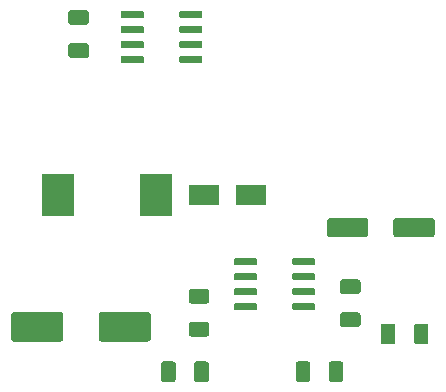
<source format=gbr>
G04 #@! TF.GenerationSoftware,KiCad,Pcbnew,(5.1.5)-3*
G04 #@! TF.CreationDate,2020-03-21T18:19:31+03:00*
G04 #@! TF.ProjectId,CAN+Power v0.1,43414e2b-506f-4776-9572-2076302e312e,rev?*
G04 #@! TF.SameCoordinates,Original*
G04 #@! TF.FileFunction,Paste,Top*
G04 #@! TF.FilePolarity,Positive*
%FSLAX46Y46*%
G04 Gerber Fmt 4.6, Leading zero omitted, Abs format (unit mm)*
G04 Created by KiCad (PCBNEW (5.1.5)-3) date 2020-03-21 18:19:31*
%MOMM*%
%LPD*%
G04 APERTURE LIST*
%ADD10C,0.100000*%
%ADD11R,2.500000X1.800000*%
%ADD12R,2.700000X3.600000*%
G04 APERTURE END LIST*
D10*
G36*
X129449504Y-84976204D02*
G01*
X129473773Y-84979804D01*
X129497571Y-84985765D01*
X129520671Y-84994030D01*
X129542849Y-85004520D01*
X129563893Y-85017133D01*
X129583598Y-85031747D01*
X129601777Y-85048223D01*
X129618253Y-85066402D01*
X129632867Y-85086107D01*
X129645480Y-85107151D01*
X129655970Y-85129329D01*
X129664235Y-85152429D01*
X129670196Y-85176227D01*
X129673796Y-85200496D01*
X129675000Y-85225000D01*
X129675000Y-85975000D01*
X129673796Y-85999504D01*
X129670196Y-86023773D01*
X129664235Y-86047571D01*
X129655970Y-86070671D01*
X129645480Y-86092849D01*
X129632867Y-86113893D01*
X129618253Y-86133598D01*
X129601777Y-86151777D01*
X129583598Y-86168253D01*
X129563893Y-86182867D01*
X129542849Y-86195480D01*
X129520671Y-86205970D01*
X129497571Y-86214235D01*
X129473773Y-86220196D01*
X129449504Y-86223796D01*
X129425000Y-86225000D01*
X128175000Y-86225000D01*
X128150496Y-86223796D01*
X128126227Y-86220196D01*
X128102429Y-86214235D01*
X128079329Y-86205970D01*
X128057151Y-86195480D01*
X128036107Y-86182867D01*
X128016402Y-86168253D01*
X127998223Y-86151777D01*
X127981747Y-86133598D01*
X127967133Y-86113893D01*
X127954520Y-86092849D01*
X127944030Y-86070671D01*
X127935765Y-86047571D01*
X127929804Y-86023773D01*
X127926204Y-85999504D01*
X127925000Y-85975000D01*
X127925000Y-85225000D01*
X127926204Y-85200496D01*
X127929804Y-85176227D01*
X127935765Y-85152429D01*
X127944030Y-85129329D01*
X127954520Y-85107151D01*
X127967133Y-85086107D01*
X127981747Y-85066402D01*
X127998223Y-85048223D01*
X128016402Y-85031747D01*
X128036107Y-85017133D01*
X128057151Y-85004520D01*
X128079329Y-84994030D01*
X128102429Y-84985765D01*
X128126227Y-84979804D01*
X128150496Y-84976204D01*
X128175000Y-84975000D01*
X129425000Y-84975000D01*
X129449504Y-84976204D01*
G37*
G36*
X129449504Y-82176204D02*
G01*
X129473773Y-82179804D01*
X129497571Y-82185765D01*
X129520671Y-82194030D01*
X129542849Y-82204520D01*
X129563893Y-82217133D01*
X129583598Y-82231747D01*
X129601777Y-82248223D01*
X129618253Y-82266402D01*
X129632867Y-82286107D01*
X129645480Y-82307151D01*
X129655970Y-82329329D01*
X129664235Y-82352429D01*
X129670196Y-82376227D01*
X129673796Y-82400496D01*
X129675000Y-82425000D01*
X129675000Y-83175000D01*
X129673796Y-83199504D01*
X129670196Y-83223773D01*
X129664235Y-83247571D01*
X129655970Y-83270671D01*
X129645480Y-83292849D01*
X129632867Y-83313893D01*
X129618253Y-83333598D01*
X129601777Y-83351777D01*
X129583598Y-83368253D01*
X129563893Y-83382867D01*
X129542849Y-83395480D01*
X129520671Y-83405970D01*
X129497571Y-83414235D01*
X129473773Y-83420196D01*
X129449504Y-83423796D01*
X129425000Y-83425000D01*
X128175000Y-83425000D01*
X128150496Y-83423796D01*
X128126227Y-83420196D01*
X128102429Y-83414235D01*
X128079329Y-83405970D01*
X128057151Y-83395480D01*
X128036107Y-83382867D01*
X128016402Y-83368253D01*
X127998223Y-83351777D01*
X127981747Y-83333598D01*
X127967133Y-83313893D01*
X127954520Y-83292849D01*
X127944030Y-83270671D01*
X127935765Y-83247571D01*
X127929804Y-83223773D01*
X127926204Y-83199504D01*
X127925000Y-83175000D01*
X127925000Y-82425000D01*
X127926204Y-82400496D01*
X127929804Y-82376227D01*
X127935765Y-82352429D01*
X127944030Y-82329329D01*
X127954520Y-82307151D01*
X127967133Y-82286107D01*
X127981747Y-82266402D01*
X127998223Y-82248223D01*
X128016402Y-82231747D01*
X128036107Y-82217133D01*
X128057151Y-82204520D01*
X128079329Y-82194030D01*
X128102429Y-82185765D01*
X128126227Y-82179804D01*
X128150496Y-82176204D01*
X128175000Y-82175000D01*
X129425000Y-82175000D01*
X129449504Y-82176204D01*
G37*
D11*
X139400000Y-97800000D03*
X143400000Y-97800000D03*
D10*
G36*
X127274504Y-107751204D02*
G01*
X127298773Y-107754804D01*
X127322571Y-107760765D01*
X127345671Y-107769030D01*
X127367849Y-107779520D01*
X127388893Y-107792133D01*
X127408598Y-107806747D01*
X127426777Y-107823223D01*
X127443253Y-107841402D01*
X127457867Y-107861107D01*
X127470480Y-107882151D01*
X127480970Y-107904329D01*
X127489235Y-107927429D01*
X127495196Y-107951227D01*
X127498796Y-107975496D01*
X127500000Y-108000000D01*
X127500000Y-110000000D01*
X127498796Y-110024504D01*
X127495196Y-110048773D01*
X127489235Y-110072571D01*
X127480970Y-110095671D01*
X127470480Y-110117849D01*
X127457867Y-110138893D01*
X127443253Y-110158598D01*
X127426777Y-110176777D01*
X127408598Y-110193253D01*
X127388893Y-110207867D01*
X127367849Y-110220480D01*
X127345671Y-110230970D01*
X127322571Y-110239235D01*
X127298773Y-110245196D01*
X127274504Y-110248796D01*
X127250000Y-110250000D01*
X123350000Y-110250000D01*
X123325496Y-110248796D01*
X123301227Y-110245196D01*
X123277429Y-110239235D01*
X123254329Y-110230970D01*
X123232151Y-110220480D01*
X123211107Y-110207867D01*
X123191402Y-110193253D01*
X123173223Y-110176777D01*
X123156747Y-110158598D01*
X123142133Y-110138893D01*
X123129520Y-110117849D01*
X123119030Y-110095671D01*
X123110765Y-110072571D01*
X123104804Y-110048773D01*
X123101204Y-110024504D01*
X123100000Y-110000000D01*
X123100000Y-108000000D01*
X123101204Y-107975496D01*
X123104804Y-107951227D01*
X123110765Y-107927429D01*
X123119030Y-107904329D01*
X123129520Y-107882151D01*
X123142133Y-107861107D01*
X123156747Y-107841402D01*
X123173223Y-107823223D01*
X123191402Y-107806747D01*
X123211107Y-107792133D01*
X123232151Y-107779520D01*
X123254329Y-107769030D01*
X123277429Y-107760765D01*
X123301227Y-107754804D01*
X123325496Y-107751204D01*
X123350000Y-107750000D01*
X127250000Y-107750000D01*
X127274504Y-107751204D01*
G37*
G36*
X134674504Y-107751204D02*
G01*
X134698773Y-107754804D01*
X134722571Y-107760765D01*
X134745671Y-107769030D01*
X134767849Y-107779520D01*
X134788893Y-107792133D01*
X134808598Y-107806747D01*
X134826777Y-107823223D01*
X134843253Y-107841402D01*
X134857867Y-107861107D01*
X134870480Y-107882151D01*
X134880970Y-107904329D01*
X134889235Y-107927429D01*
X134895196Y-107951227D01*
X134898796Y-107975496D01*
X134900000Y-108000000D01*
X134900000Y-110000000D01*
X134898796Y-110024504D01*
X134895196Y-110048773D01*
X134889235Y-110072571D01*
X134880970Y-110095671D01*
X134870480Y-110117849D01*
X134857867Y-110138893D01*
X134843253Y-110158598D01*
X134826777Y-110176777D01*
X134808598Y-110193253D01*
X134788893Y-110207867D01*
X134767849Y-110220480D01*
X134745671Y-110230970D01*
X134722571Y-110239235D01*
X134698773Y-110245196D01*
X134674504Y-110248796D01*
X134650000Y-110250000D01*
X130750000Y-110250000D01*
X130725496Y-110248796D01*
X130701227Y-110245196D01*
X130677429Y-110239235D01*
X130654329Y-110230970D01*
X130632151Y-110220480D01*
X130611107Y-110207867D01*
X130591402Y-110193253D01*
X130573223Y-110176777D01*
X130556747Y-110158598D01*
X130542133Y-110138893D01*
X130529520Y-110117849D01*
X130519030Y-110095671D01*
X130510765Y-110072571D01*
X130504804Y-110048773D01*
X130501204Y-110024504D01*
X130500000Y-110000000D01*
X130500000Y-108000000D01*
X130501204Y-107975496D01*
X130504804Y-107951227D01*
X130510765Y-107927429D01*
X130519030Y-107904329D01*
X130529520Y-107882151D01*
X130542133Y-107861107D01*
X130556747Y-107841402D01*
X130573223Y-107823223D01*
X130591402Y-107806747D01*
X130611107Y-107792133D01*
X130632151Y-107779520D01*
X130654329Y-107769030D01*
X130677429Y-107760765D01*
X130701227Y-107754804D01*
X130725496Y-107751204D01*
X130750000Y-107750000D01*
X134650000Y-107750000D01*
X134674504Y-107751204D01*
G37*
G36*
X143764703Y-103195722D02*
G01*
X143779264Y-103197882D01*
X143793543Y-103201459D01*
X143807403Y-103206418D01*
X143820710Y-103212712D01*
X143833336Y-103220280D01*
X143845159Y-103229048D01*
X143856066Y-103238934D01*
X143865952Y-103249841D01*
X143874720Y-103261664D01*
X143882288Y-103274290D01*
X143888582Y-103287597D01*
X143893541Y-103301457D01*
X143897118Y-103315736D01*
X143899278Y-103330297D01*
X143900000Y-103345000D01*
X143900000Y-103645000D01*
X143899278Y-103659703D01*
X143897118Y-103674264D01*
X143893541Y-103688543D01*
X143888582Y-103702403D01*
X143882288Y-103715710D01*
X143874720Y-103728336D01*
X143865952Y-103740159D01*
X143856066Y-103751066D01*
X143845159Y-103760952D01*
X143833336Y-103769720D01*
X143820710Y-103777288D01*
X143807403Y-103783582D01*
X143793543Y-103788541D01*
X143779264Y-103792118D01*
X143764703Y-103794278D01*
X143750000Y-103795000D01*
X142100000Y-103795000D01*
X142085297Y-103794278D01*
X142070736Y-103792118D01*
X142056457Y-103788541D01*
X142042597Y-103783582D01*
X142029290Y-103777288D01*
X142016664Y-103769720D01*
X142004841Y-103760952D01*
X141993934Y-103751066D01*
X141984048Y-103740159D01*
X141975280Y-103728336D01*
X141967712Y-103715710D01*
X141961418Y-103702403D01*
X141956459Y-103688543D01*
X141952882Y-103674264D01*
X141950722Y-103659703D01*
X141950000Y-103645000D01*
X141950000Y-103345000D01*
X141950722Y-103330297D01*
X141952882Y-103315736D01*
X141956459Y-103301457D01*
X141961418Y-103287597D01*
X141967712Y-103274290D01*
X141975280Y-103261664D01*
X141984048Y-103249841D01*
X141993934Y-103238934D01*
X142004841Y-103229048D01*
X142016664Y-103220280D01*
X142029290Y-103212712D01*
X142042597Y-103206418D01*
X142056457Y-103201459D01*
X142070736Y-103197882D01*
X142085297Y-103195722D01*
X142100000Y-103195000D01*
X143750000Y-103195000D01*
X143764703Y-103195722D01*
G37*
G36*
X143764703Y-104465722D02*
G01*
X143779264Y-104467882D01*
X143793543Y-104471459D01*
X143807403Y-104476418D01*
X143820710Y-104482712D01*
X143833336Y-104490280D01*
X143845159Y-104499048D01*
X143856066Y-104508934D01*
X143865952Y-104519841D01*
X143874720Y-104531664D01*
X143882288Y-104544290D01*
X143888582Y-104557597D01*
X143893541Y-104571457D01*
X143897118Y-104585736D01*
X143899278Y-104600297D01*
X143900000Y-104615000D01*
X143900000Y-104915000D01*
X143899278Y-104929703D01*
X143897118Y-104944264D01*
X143893541Y-104958543D01*
X143888582Y-104972403D01*
X143882288Y-104985710D01*
X143874720Y-104998336D01*
X143865952Y-105010159D01*
X143856066Y-105021066D01*
X143845159Y-105030952D01*
X143833336Y-105039720D01*
X143820710Y-105047288D01*
X143807403Y-105053582D01*
X143793543Y-105058541D01*
X143779264Y-105062118D01*
X143764703Y-105064278D01*
X143750000Y-105065000D01*
X142100000Y-105065000D01*
X142085297Y-105064278D01*
X142070736Y-105062118D01*
X142056457Y-105058541D01*
X142042597Y-105053582D01*
X142029290Y-105047288D01*
X142016664Y-105039720D01*
X142004841Y-105030952D01*
X141993934Y-105021066D01*
X141984048Y-105010159D01*
X141975280Y-104998336D01*
X141967712Y-104985710D01*
X141961418Y-104972403D01*
X141956459Y-104958543D01*
X141952882Y-104944264D01*
X141950722Y-104929703D01*
X141950000Y-104915000D01*
X141950000Y-104615000D01*
X141950722Y-104600297D01*
X141952882Y-104585736D01*
X141956459Y-104571457D01*
X141961418Y-104557597D01*
X141967712Y-104544290D01*
X141975280Y-104531664D01*
X141984048Y-104519841D01*
X141993934Y-104508934D01*
X142004841Y-104499048D01*
X142016664Y-104490280D01*
X142029290Y-104482712D01*
X142042597Y-104476418D01*
X142056457Y-104471459D01*
X142070736Y-104467882D01*
X142085297Y-104465722D01*
X142100000Y-104465000D01*
X143750000Y-104465000D01*
X143764703Y-104465722D01*
G37*
G36*
X143764703Y-105735722D02*
G01*
X143779264Y-105737882D01*
X143793543Y-105741459D01*
X143807403Y-105746418D01*
X143820710Y-105752712D01*
X143833336Y-105760280D01*
X143845159Y-105769048D01*
X143856066Y-105778934D01*
X143865952Y-105789841D01*
X143874720Y-105801664D01*
X143882288Y-105814290D01*
X143888582Y-105827597D01*
X143893541Y-105841457D01*
X143897118Y-105855736D01*
X143899278Y-105870297D01*
X143900000Y-105885000D01*
X143900000Y-106185000D01*
X143899278Y-106199703D01*
X143897118Y-106214264D01*
X143893541Y-106228543D01*
X143888582Y-106242403D01*
X143882288Y-106255710D01*
X143874720Y-106268336D01*
X143865952Y-106280159D01*
X143856066Y-106291066D01*
X143845159Y-106300952D01*
X143833336Y-106309720D01*
X143820710Y-106317288D01*
X143807403Y-106323582D01*
X143793543Y-106328541D01*
X143779264Y-106332118D01*
X143764703Y-106334278D01*
X143750000Y-106335000D01*
X142100000Y-106335000D01*
X142085297Y-106334278D01*
X142070736Y-106332118D01*
X142056457Y-106328541D01*
X142042597Y-106323582D01*
X142029290Y-106317288D01*
X142016664Y-106309720D01*
X142004841Y-106300952D01*
X141993934Y-106291066D01*
X141984048Y-106280159D01*
X141975280Y-106268336D01*
X141967712Y-106255710D01*
X141961418Y-106242403D01*
X141956459Y-106228543D01*
X141952882Y-106214264D01*
X141950722Y-106199703D01*
X141950000Y-106185000D01*
X141950000Y-105885000D01*
X141950722Y-105870297D01*
X141952882Y-105855736D01*
X141956459Y-105841457D01*
X141961418Y-105827597D01*
X141967712Y-105814290D01*
X141975280Y-105801664D01*
X141984048Y-105789841D01*
X141993934Y-105778934D01*
X142004841Y-105769048D01*
X142016664Y-105760280D01*
X142029290Y-105752712D01*
X142042597Y-105746418D01*
X142056457Y-105741459D01*
X142070736Y-105737882D01*
X142085297Y-105735722D01*
X142100000Y-105735000D01*
X143750000Y-105735000D01*
X143764703Y-105735722D01*
G37*
G36*
X143764703Y-107005722D02*
G01*
X143779264Y-107007882D01*
X143793543Y-107011459D01*
X143807403Y-107016418D01*
X143820710Y-107022712D01*
X143833336Y-107030280D01*
X143845159Y-107039048D01*
X143856066Y-107048934D01*
X143865952Y-107059841D01*
X143874720Y-107071664D01*
X143882288Y-107084290D01*
X143888582Y-107097597D01*
X143893541Y-107111457D01*
X143897118Y-107125736D01*
X143899278Y-107140297D01*
X143900000Y-107155000D01*
X143900000Y-107455000D01*
X143899278Y-107469703D01*
X143897118Y-107484264D01*
X143893541Y-107498543D01*
X143888582Y-107512403D01*
X143882288Y-107525710D01*
X143874720Y-107538336D01*
X143865952Y-107550159D01*
X143856066Y-107561066D01*
X143845159Y-107570952D01*
X143833336Y-107579720D01*
X143820710Y-107587288D01*
X143807403Y-107593582D01*
X143793543Y-107598541D01*
X143779264Y-107602118D01*
X143764703Y-107604278D01*
X143750000Y-107605000D01*
X142100000Y-107605000D01*
X142085297Y-107604278D01*
X142070736Y-107602118D01*
X142056457Y-107598541D01*
X142042597Y-107593582D01*
X142029290Y-107587288D01*
X142016664Y-107579720D01*
X142004841Y-107570952D01*
X141993934Y-107561066D01*
X141984048Y-107550159D01*
X141975280Y-107538336D01*
X141967712Y-107525710D01*
X141961418Y-107512403D01*
X141956459Y-107498543D01*
X141952882Y-107484264D01*
X141950722Y-107469703D01*
X141950000Y-107455000D01*
X141950000Y-107155000D01*
X141950722Y-107140297D01*
X141952882Y-107125736D01*
X141956459Y-107111457D01*
X141961418Y-107097597D01*
X141967712Y-107084290D01*
X141975280Y-107071664D01*
X141984048Y-107059841D01*
X141993934Y-107048934D01*
X142004841Y-107039048D01*
X142016664Y-107030280D01*
X142029290Y-107022712D01*
X142042597Y-107016418D01*
X142056457Y-107011459D01*
X142070736Y-107007882D01*
X142085297Y-107005722D01*
X142100000Y-107005000D01*
X143750000Y-107005000D01*
X143764703Y-107005722D01*
G37*
G36*
X148714703Y-107005722D02*
G01*
X148729264Y-107007882D01*
X148743543Y-107011459D01*
X148757403Y-107016418D01*
X148770710Y-107022712D01*
X148783336Y-107030280D01*
X148795159Y-107039048D01*
X148806066Y-107048934D01*
X148815952Y-107059841D01*
X148824720Y-107071664D01*
X148832288Y-107084290D01*
X148838582Y-107097597D01*
X148843541Y-107111457D01*
X148847118Y-107125736D01*
X148849278Y-107140297D01*
X148850000Y-107155000D01*
X148850000Y-107455000D01*
X148849278Y-107469703D01*
X148847118Y-107484264D01*
X148843541Y-107498543D01*
X148838582Y-107512403D01*
X148832288Y-107525710D01*
X148824720Y-107538336D01*
X148815952Y-107550159D01*
X148806066Y-107561066D01*
X148795159Y-107570952D01*
X148783336Y-107579720D01*
X148770710Y-107587288D01*
X148757403Y-107593582D01*
X148743543Y-107598541D01*
X148729264Y-107602118D01*
X148714703Y-107604278D01*
X148700000Y-107605000D01*
X147050000Y-107605000D01*
X147035297Y-107604278D01*
X147020736Y-107602118D01*
X147006457Y-107598541D01*
X146992597Y-107593582D01*
X146979290Y-107587288D01*
X146966664Y-107579720D01*
X146954841Y-107570952D01*
X146943934Y-107561066D01*
X146934048Y-107550159D01*
X146925280Y-107538336D01*
X146917712Y-107525710D01*
X146911418Y-107512403D01*
X146906459Y-107498543D01*
X146902882Y-107484264D01*
X146900722Y-107469703D01*
X146900000Y-107455000D01*
X146900000Y-107155000D01*
X146900722Y-107140297D01*
X146902882Y-107125736D01*
X146906459Y-107111457D01*
X146911418Y-107097597D01*
X146917712Y-107084290D01*
X146925280Y-107071664D01*
X146934048Y-107059841D01*
X146943934Y-107048934D01*
X146954841Y-107039048D01*
X146966664Y-107030280D01*
X146979290Y-107022712D01*
X146992597Y-107016418D01*
X147006457Y-107011459D01*
X147020736Y-107007882D01*
X147035297Y-107005722D01*
X147050000Y-107005000D01*
X148700000Y-107005000D01*
X148714703Y-107005722D01*
G37*
G36*
X148714703Y-105735722D02*
G01*
X148729264Y-105737882D01*
X148743543Y-105741459D01*
X148757403Y-105746418D01*
X148770710Y-105752712D01*
X148783336Y-105760280D01*
X148795159Y-105769048D01*
X148806066Y-105778934D01*
X148815952Y-105789841D01*
X148824720Y-105801664D01*
X148832288Y-105814290D01*
X148838582Y-105827597D01*
X148843541Y-105841457D01*
X148847118Y-105855736D01*
X148849278Y-105870297D01*
X148850000Y-105885000D01*
X148850000Y-106185000D01*
X148849278Y-106199703D01*
X148847118Y-106214264D01*
X148843541Y-106228543D01*
X148838582Y-106242403D01*
X148832288Y-106255710D01*
X148824720Y-106268336D01*
X148815952Y-106280159D01*
X148806066Y-106291066D01*
X148795159Y-106300952D01*
X148783336Y-106309720D01*
X148770710Y-106317288D01*
X148757403Y-106323582D01*
X148743543Y-106328541D01*
X148729264Y-106332118D01*
X148714703Y-106334278D01*
X148700000Y-106335000D01*
X147050000Y-106335000D01*
X147035297Y-106334278D01*
X147020736Y-106332118D01*
X147006457Y-106328541D01*
X146992597Y-106323582D01*
X146979290Y-106317288D01*
X146966664Y-106309720D01*
X146954841Y-106300952D01*
X146943934Y-106291066D01*
X146934048Y-106280159D01*
X146925280Y-106268336D01*
X146917712Y-106255710D01*
X146911418Y-106242403D01*
X146906459Y-106228543D01*
X146902882Y-106214264D01*
X146900722Y-106199703D01*
X146900000Y-106185000D01*
X146900000Y-105885000D01*
X146900722Y-105870297D01*
X146902882Y-105855736D01*
X146906459Y-105841457D01*
X146911418Y-105827597D01*
X146917712Y-105814290D01*
X146925280Y-105801664D01*
X146934048Y-105789841D01*
X146943934Y-105778934D01*
X146954841Y-105769048D01*
X146966664Y-105760280D01*
X146979290Y-105752712D01*
X146992597Y-105746418D01*
X147006457Y-105741459D01*
X147020736Y-105737882D01*
X147035297Y-105735722D01*
X147050000Y-105735000D01*
X148700000Y-105735000D01*
X148714703Y-105735722D01*
G37*
G36*
X148714703Y-104465722D02*
G01*
X148729264Y-104467882D01*
X148743543Y-104471459D01*
X148757403Y-104476418D01*
X148770710Y-104482712D01*
X148783336Y-104490280D01*
X148795159Y-104499048D01*
X148806066Y-104508934D01*
X148815952Y-104519841D01*
X148824720Y-104531664D01*
X148832288Y-104544290D01*
X148838582Y-104557597D01*
X148843541Y-104571457D01*
X148847118Y-104585736D01*
X148849278Y-104600297D01*
X148850000Y-104615000D01*
X148850000Y-104915000D01*
X148849278Y-104929703D01*
X148847118Y-104944264D01*
X148843541Y-104958543D01*
X148838582Y-104972403D01*
X148832288Y-104985710D01*
X148824720Y-104998336D01*
X148815952Y-105010159D01*
X148806066Y-105021066D01*
X148795159Y-105030952D01*
X148783336Y-105039720D01*
X148770710Y-105047288D01*
X148757403Y-105053582D01*
X148743543Y-105058541D01*
X148729264Y-105062118D01*
X148714703Y-105064278D01*
X148700000Y-105065000D01*
X147050000Y-105065000D01*
X147035297Y-105064278D01*
X147020736Y-105062118D01*
X147006457Y-105058541D01*
X146992597Y-105053582D01*
X146979290Y-105047288D01*
X146966664Y-105039720D01*
X146954841Y-105030952D01*
X146943934Y-105021066D01*
X146934048Y-105010159D01*
X146925280Y-104998336D01*
X146917712Y-104985710D01*
X146911418Y-104972403D01*
X146906459Y-104958543D01*
X146902882Y-104944264D01*
X146900722Y-104929703D01*
X146900000Y-104915000D01*
X146900000Y-104615000D01*
X146900722Y-104600297D01*
X146902882Y-104585736D01*
X146906459Y-104571457D01*
X146911418Y-104557597D01*
X146917712Y-104544290D01*
X146925280Y-104531664D01*
X146934048Y-104519841D01*
X146943934Y-104508934D01*
X146954841Y-104499048D01*
X146966664Y-104490280D01*
X146979290Y-104482712D01*
X146992597Y-104476418D01*
X147006457Y-104471459D01*
X147020736Y-104467882D01*
X147035297Y-104465722D01*
X147050000Y-104465000D01*
X148700000Y-104465000D01*
X148714703Y-104465722D01*
G37*
G36*
X148714703Y-103195722D02*
G01*
X148729264Y-103197882D01*
X148743543Y-103201459D01*
X148757403Y-103206418D01*
X148770710Y-103212712D01*
X148783336Y-103220280D01*
X148795159Y-103229048D01*
X148806066Y-103238934D01*
X148815952Y-103249841D01*
X148824720Y-103261664D01*
X148832288Y-103274290D01*
X148838582Y-103287597D01*
X148843541Y-103301457D01*
X148847118Y-103315736D01*
X148849278Y-103330297D01*
X148850000Y-103345000D01*
X148850000Y-103645000D01*
X148849278Y-103659703D01*
X148847118Y-103674264D01*
X148843541Y-103688543D01*
X148838582Y-103702403D01*
X148832288Y-103715710D01*
X148824720Y-103728336D01*
X148815952Y-103740159D01*
X148806066Y-103751066D01*
X148795159Y-103760952D01*
X148783336Y-103769720D01*
X148770710Y-103777288D01*
X148757403Y-103783582D01*
X148743543Y-103788541D01*
X148729264Y-103792118D01*
X148714703Y-103794278D01*
X148700000Y-103795000D01*
X147050000Y-103795000D01*
X147035297Y-103794278D01*
X147020736Y-103792118D01*
X147006457Y-103788541D01*
X146992597Y-103783582D01*
X146979290Y-103777288D01*
X146966664Y-103769720D01*
X146954841Y-103760952D01*
X146943934Y-103751066D01*
X146934048Y-103740159D01*
X146925280Y-103728336D01*
X146917712Y-103715710D01*
X146911418Y-103702403D01*
X146906459Y-103688543D01*
X146902882Y-103674264D01*
X146900722Y-103659703D01*
X146900000Y-103645000D01*
X146900000Y-103345000D01*
X146900722Y-103330297D01*
X146902882Y-103315736D01*
X146906459Y-103301457D01*
X146911418Y-103287597D01*
X146917712Y-103274290D01*
X146925280Y-103261664D01*
X146934048Y-103249841D01*
X146943934Y-103238934D01*
X146954841Y-103229048D01*
X146966664Y-103220280D01*
X146979290Y-103212712D01*
X146992597Y-103206418D01*
X147006457Y-103201459D01*
X147020736Y-103197882D01*
X147035297Y-103195722D01*
X147050000Y-103195000D01*
X148700000Y-103195000D01*
X148714703Y-103195722D01*
G37*
G36*
X139154703Y-82255722D02*
G01*
X139169264Y-82257882D01*
X139183543Y-82261459D01*
X139197403Y-82266418D01*
X139210710Y-82272712D01*
X139223336Y-82280280D01*
X139235159Y-82289048D01*
X139246066Y-82298934D01*
X139255952Y-82309841D01*
X139264720Y-82321664D01*
X139272288Y-82334290D01*
X139278582Y-82347597D01*
X139283541Y-82361457D01*
X139287118Y-82375736D01*
X139289278Y-82390297D01*
X139290000Y-82405000D01*
X139290000Y-82705000D01*
X139289278Y-82719703D01*
X139287118Y-82734264D01*
X139283541Y-82748543D01*
X139278582Y-82762403D01*
X139272288Y-82775710D01*
X139264720Y-82788336D01*
X139255952Y-82800159D01*
X139246066Y-82811066D01*
X139235159Y-82820952D01*
X139223336Y-82829720D01*
X139210710Y-82837288D01*
X139197403Y-82843582D01*
X139183543Y-82848541D01*
X139169264Y-82852118D01*
X139154703Y-82854278D01*
X139140000Y-82855000D01*
X137490000Y-82855000D01*
X137475297Y-82854278D01*
X137460736Y-82852118D01*
X137446457Y-82848541D01*
X137432597Y-82843582D01*
X137419290Y-82837288D01*
X137406664Y-82829720D01*
X137394841Y-82820952D01*
X137383934Y-82811066D01*
X137374048Y-82800159D01*
X137365280Y-82788336D01*
X137357712Y-82775710D01*
X137351418Y-82762403D01*
X137346459Y-82748543D01*
X137342882Y-82734264D01*
X137340722Y-82719703D01*
X137340000Y-82705000D01*
X137340000Y-82405000D01*
X137340722Y-82390297D01*
X137342882Y-82375736D01*
X137346459Y-82361457D01*
X137351418Y-82347597D01*
X137357712Y-82334290D01*
X137365280Y-82321664D01*
X137374048Y-82309841D01*
X137383934Y-82298934D01*
X137394841Y-82289048D01*
X137406664Y-82280280D01*
X137419290Y-82272712D01*
X137432597Y-82266418D01*
X137446457Y-82261459D01*
X137460736Y-82257882D01*
X137475297Y-82255722D01*
X137490000Y-82255000D01*
X139140000Y-82255000D01*
X139154703Y-82255722D01*
G37*
G36*
X139154703Y-83525722D02*
G01*
X139169264Y-83527882D01*
X139183543Y-83531459D01*
X139197403Y-83536418D01*
X139210710Y-83542712D01*
X139223336Y-83550280D01*
X139235159Y-83559048D01*
X139246066Y-83568934D01*
X139255952Y-83579841D01*
X139264720Y-83591664D01*
X139272288Y-83604290D01*
X139278582Y-83617597D01*
X139283541Y-83631457D01*
X139287118Y-83645736D01*
X139289278Y-83660297D01*
X139290000Y-83675000D01*
X139290000Y-83975000D01*
X139289278Y-83989703D01*
X139287118Y-84004264D01*
X139283541Y-84018543D01*
X139278582Y-84032403D01*
X139272288Y-84045710D01*
X139264720Y-84058336D01*
X139255952Y-84070159D01*
X139246066Y-84081066D01*
X139235159Y-84090952D01*
X139223336Y-84099720D01*
X139210710Y-84107288D01*
X139197403Y-84113582D01*
X139183543Y-84118541D01*
X139169264Y-84122118D01*
X139154703Y-84124278D01*
X139140000Y-84125000D01*
X137490000Y-84125000D01*
X137475297Y-84124278D01*
X137460736Y-84122118D01*
X137446457Y-84118541D01*
X137432597Y-84113582D01*
X137419290Y-84107288D01*
X137406664Y-84099720D01*
X137394841Y-84090952D01*
X137383934Y-84081066D01*
X137374048Y-84070159D01*
X137365280Y-84058336D01*
X137357712Y-84045710D01*
X137351418Y-84032403D01*
X137346459Y-84018543D01*
X137342882Y-84004264D01*
X137340722Y-83989703D01*
X137340000Y-83975000D01*
X137340000Y-83675000D01*
X137340722Y-83660297D01*
X137342882Y-83645736D01*
X137346459Y-83631457D01*
X137351418Y-83617597D01*
X137357712Y-83604290D01*
X137365280Y-83591664D01*
X137374048Y-83579841D01*
X137383934Y-83568934D01*
X137394841Y-83559048D01*
X137406664Y-83550280D01*
X137419290Y-83542712D01*
X137432597Y-83536418D01*
X137446457Y-83531459D01*
X137460736Y-83527882D01*
X137475297Y-83525722D01*
X137490000Y-83525000D01*
X139140000Y-83525000D01*
X139154703Y-83525722D01*
G37*
G36*
X139154703Y-84795722D02*
G01*
X139169264Y-84797882D01*
X139183543Y-84801459D01*
X139197403Y-84806418D01*
X139210710Y-84812712D01*
X139223336Y-84820280D01*
X139235159Y-84829048D01*
X139246066Y-84838934D01*
X139255952Y-84849841D01*
X139264720Y-84861664D01*
X139272288Y-84874290D01*
X139278582Y-84887597D01*
X139283541Y-84901457D01*
X139287118Y-84915736D01*
X139289278Y-84930297D01*
X139290000Y-84945000D01*
X139290000Y-85245000D01*
X139289278Y-85259703D01*
X139287118Y-85274264D01*
X139283541Y-85288543D01*
X139278582Y-85302403D01*
X139272288Y-85315710D01*
X139264720Y-85328336D01*
X139255952Y-85340159D01*
X139246066Y-85351066D01*
X139235159Y-85360952D01*
X139223336Y-85369720D01*
X139210710Y-85377288D01*
X139197403Y-85383582D01*
X139183543Y-85388541D01*
X139169264Y-85392118D01*
X139154703Y-85394278D01*
X139140000Y-85395000D01*
X137490000Y-85395000D01*
X137475297Y-85394278D01*
X137460736Y-85392118D01*
X137446457Y-85388541D01*
X137432597Y-85383582D01*
X137419290Y-85377288D01*
X137406664Y-85369720D01*
X137394841Y-85360952D01*
X137383934Y-85351066D01*
X137374048Y-85340159D01*
X137365280Y-85328336D01*
X137357712Y-85315710D01*
X137351418Y-85302403D01*
X137346459Y-85288543D01*
X137342882Y-85274264D01*
X137340722Y-85259703D01*
X137340000Y-85245000D01*
X137340000Y-84945000D01*
X137340722Y-84930297D01*
X137342882Y-84915736D01*
X137346459Y-84901457D01*
X137351418Y-84887597D01*
X137357712Y-84874290D01*
X137365280Y-84861664D01*
X137374048Y-84849841D01*
X137383934Y-84838934D01*
X137394841Y-84829048D01*
X137406664Y-84820280D01*
X137419290Y-84812712D01*
X137432597Y-84806418D01*
X137446457Y-84801459D01*
X137460736Y-84797882D01*
X137475297Y-84795722D01*
X137490000Y-84795000D01*
X139140000Y-84795000D01*
X139154703Y-84795722D01*
G37*
G36*
X139154703Y-86065722D02*
G01*
X139169264Y-86067882D01*
X139183543Y-86071459D01*
X139197403Y-86076418D01*
X139210710Y-86082712D01*
X139223336Y-86090280D01*
X139235159Y-86099048D01*
X139246066Y-86108934D01*
X139255952Y-86119841D01*
X139264720Y-86131664D01*
X139272288Y-86144290D01*
X139278582Y-86157597D01*
X139283541Y-86171457D01*
X139287118Y-86185736D01*
X139289278Y-86200297D01*
X139290000Y-86215000D01*
X139290000Y-86515000D01*
X139289278Y-86529703D01*
X139287118Y-86544264D01*
X139283541Y-86558543D01*
X139278582Y-86572403D01*
X139272288Y-86585710D01*
X139264720Y-86598336D01*
X139255952Y-86610159D01*
X139246066Y-86621066D01*
X139235159Y-86630952D01*
X139223336Y-86639720D01*
X139210710Y-86647288D01*
X139197403Y-86653582D01*
X139183543Y-86658541D01*
X139169264Y-86662118D01*
X139154703Y-86664278D01*
X139140000Y-86665000D01*
X137490000Y-86665000D01*
X137475297Y-86664278D01*
X137460736Y-86662118D01*
X137446457Y-86658541D01*
X137432597Y-86653582D01*
X137419290Y-86647288D01*
X137406664Y-86639720D01*
X137394841Y-86630952D01*
X137383934Y-86621066D01*
X137374048Y-86610159D01*
X137365280Y-86598336D01*
X137357712Y-86585710D01*
X137351418Y-86572403D01*
X137346459Y-86558543D01*
X137342882Y-86544264D01*
X137340722Y-86529703D01*
X137340000Y-86515000D01*
X137340000Y-86215000D01*
X137340722Y-86200297D01*
X137342882Y-86185736D01*
X137346459Y-86171457D01*
X137351418Y-86157597D01*
X137357712Y-86144290D01*
X137365280Y-86131664D01*
X137374048Y-86119841D01*
X137383934Y-86108934D01*
X137394841Y-86099048D01*
X137406664Y-86090280D01*
X137419290Y-86082712D01*
X137432597Y-86076418D01*
X137446457Y-86071459D01*
X137460736Y-86067882D01*
X137475297Y-86065722D01*
X137490000Y-86065000D01*
X139140000Y-86065000D01*
X139154703Y-86065722D01*
G37*
G36*
X134204703Y-86065722D02*
G01*
X134219264Y-86067882D01*
X134233543Y-86071459D01*
X134247403Y-86076418D01*
X134260710Y-86082712D01*
X134273336Y-86090280D01*
X134285159Y-86099048D01*
X134296066Y-86108934D01*
X134305952Y-86119841D01*
X134314720Y-86131664D01*
X134322288Y-86144290D01*
X134328582Y-86157597D01*
X134333541Y-86171457D01*
X134337118Y-86185736D01*
X134339278Y-86200297D01*
X134340000Y-86215000D01*
X134340000Y-86515000D01*
X134339278Y-86529703D01*
X134337118Y-86544264D01*
X134333541Y-86558543D01*
X134328582Y-86572403D01*
X134322288Y-86585710D01*
X134314720Y-86598336D01*
X134305952Y-86610159D01*
X134296066Y-86621066D01*
X134285159Y-86630952D01*
X134273336Y-86639720D01*
X134260710Y-86647288D01*
X134247403Y-86653582D01*
X134233543Y-86658541D01*
X134219264Y-86662118D01*
X134204703Y-86664278D01*
X134190000Y-86665000D01*
X132540000Y-86665000D01*
X132525297Y-86664278D01*
X132510736Y-86662118D01*
X132496457Y-86658541D01*
X132482597Y-86653582D01*
X132469290Y-86647288D01*
X132456664Y-86639720D01*
X132444841Y-86630952D01*
X132433934Y-86621066D01*
X132424048Y-86610159D01*
X132415280Y-86598336D01*
X132407712Y-86585710D01*
X132401418Y-86572403D01*
X132396459Y-86558543D01*
X132392882Y-86544264D01*
X132390722Y-86529703D01*
X132390000Y-86515000D01*
X132390000Y-86215000D01*
X132390722Y-86200297D01*
X132392882Y-86185736D01*
X132396459Y-86171457D01*
X132401418Y-86157597D01*
X132407712Y-86144290D01*
X132415280Y-86131664D01*
X132424048Y-86119841D01*
X132433934Y-86108934D01*
X132444841Y-86099048D01*
X132456664Y-86090280D01*
X132469290Y-86082712D01*
X132482597Y-86076418D01*
X132496457Y-86071459D01*
X132510736Y-86067882D01*
X132525297Y-86065722D01*
X132540000Y-86065000D01*
X134190000Y-86065000D01*
X134204703Y-86065722D01*
G37*
G36*
X134204703Y-84795722D02*
G01*
X134219264Y-84797882D01*
X134233543Y-84801459D01*
X134247403Y-84806418D01*
X134260710Y-84812712D01*
X134273336Y-84820280D01*
X134285159Y-84829048D01*
X134296066Y-84838934D01*
X134305952Y-84849841D01*
X134314720Y-84861664D01*
X134322288Y-84874290D01*
X134328582Y-84887597D01*
X134333541Y-84901457D01*
X134337118Y-84915736D01*
X134339278Y-84930297D01*
X134340000Y-84945000D01*
X134340000Y-85245000D01*
X134339278Y-85259703D01*
X134337118Y-85274264D01*
X134333541Y-85288543D01*
X134328582Y-85302403D01*
X134322288Y-85315710D01*
X134314720Y-85328336D01*
X134305952Y-85340159D01*
X134296066Y-85351066D01*
X134285159Y-85360952D01*
X134273336Y-85369720D01*
X134260710Y-85377288D01*
X134247403Y-85383582D01*
X134233543Y-85388541D01*
X134219264Y-85392118D01*
X134204703Y-85394278D01*
X134190000Y-85395000D01*
X132540000Y-85395000D01*
X132525297Y-85394278D01*
X132510736Y-85392118D01*
X132496457Y-85388541D01*
X132482597Y-85383582D01*
X132469290Y-85377288D01*
X132456664Y-85369720D01*
X132444841Y-85360952D01*
X132433934Y-85351066D01*
X132424048Y-85340159D01*
X132415280Y-85328336D01*
X132407712Y-85315710D01*
X132401418Y-85302403D01*
X132396459Y-85288543D01*
X132392882Y-85274264D01*
X132390722Y-85259703D01*
X132390000Y-85245000D01*
X132390000Y-84945000D01*
X132390722Y-84930297D01*
X132392882Y-84915736D01*
X132396459Y-84901457D01*
X132401418Y-84887597D01*
X132407712Y-84874290D01*
X132415280Y-84861664D01*
X132424048Y-84849841D01*
X132433934Y-84838934D01*
X132444841Y-84829048D01*
X132456664Y-84820280D01*
X132469290Y-84812712D01*
X132482597Y-84806418D01*
X132496457Y-84801459D01*
X132510736Y-84797882D01*
X132525297Y-84795722D01*
X132540000Y-84795000D01*
X134190000Y-84795000D01*
X134204703Y-84795722D01*
G37*
G36*
X134204703Y-83525722D02*
G01*
X134219264Y-83527882D01*
X134233543Y-83531459D01*
X134247403Y-83536418D01*
X134260710Y-83542712D01*
X134273336Y-83550280D01*
X134285159Y-83559048D01*
X134296066Y-83568934D01*
X134305952Y-83579841D01*
X134314720Y-83591664D01*
X134322288Y-83604290D01*
X134328582Y-83617597D01*
X134333541Y-83631457D01*
X134337118Y-83645736D01*
X134339278Y-83660297D01*
X134340000Y-83675000D01*
X134340000Y-83975000D01*
X134339278Y-83989703D01*
X134337118Y-84004264D01*
X134333541Y-84018543D01*
X134328582Y-84032403D01*
X134322288Y-84045710D01*
X134314720Y-84058336D01*
X134305952Y-84070159D01*
X134296066Y-84081066D01*
X134285159Y-84090952D01*
X134273336Y-84099720D01*
X134260710Y-84107288D01*
X134247403Y-84113582D01*
X134233543Y-84118541D01*
X134219264Y-84122118D01*
X134204703Y-84124278D01*
X134190000Y-84125000D01*
X132540000Y-84125000D01*
X132525297Y-84124278D01*
X132510736Y-84122118D01*
X132496457Y-84118541D01*
X132482597Y-84113582D01*
X132469290Y-84107288D01*
X132456664Y-84099720D01*
X132444841Y-84090952D01*
X132433934Y-84081066D01*
X132424048Y-84070159D01*
X132415280Y-84058336D01*
X132407712Y-84045710D01*
X132401418Y-84032403D01*
X132396459Y-84018543D01*
X132392882Y-84004264D01*
X132390722Y-83989703D01*
X132390000Y-83975000D01*
X132390000Y-83675000D01*
X132390722Y-83660297D01*
X132392882Y-83645736D01*
X132396459Y-83631457D01*
X132401418Y-83617597D01*
X132407712Y-83604290D01*
X132415280Y-83591664D01*
X132424048Y-83579841D01*
X132433934Y-83568934D01*
X132444841Y-83559048D01*
X132456664Y-83550280D01*
X132469290Y-83542712D01*
X132482597Y-83536418D01*
X132496457Y-83531459D01*
X132510736Y-83527882D01*
X132525297Y-83525722D01*
X132540000Y-83525000D01*
X134190000Y-83525000D01*
X134204703Y-83525722D01*
G37*
G36*
X134204703Y-82255722D02*
G01*
X134219264Y-82257882D01*
X134233543Y-82261459D01*
X134247403Y-82266418D01*
X134260710Y-82272712D01*
X134273336Y-82280280D01*
X134285159Y-82289048D01*
X134296066Y-82298934D01*
X134305952Y-82309841D01*
X134314720Y-82321664D01*
X134322288Y-82334290D01*
X134328582Y-82347597D01*
X134333541Y-82361457D01*
X134337118Y-82375736D01*
X134339278Y-82390297D01*
X134340000Y-82405000D01*
X134340000Y-82705000D01*
X134339278Y-82719703D01*
X134337118Y-82734264D01*
X134333541Y-82748543D01*
X134328582Y-82762403D01*
X134322288Y-82775710D01*
X134314720Y-82788336D01*
X134305952Y-82800159D01*
X134296066Y-82811066D01*
X134285159Y-82820952D01*
X134273336Y-82829720D01*
X134260710Y-82837288D01*
X134247403Y-82843582D01*
X134233543Y-82848541D01*
X134219264Y-82852118D01*
X134204703Y-82854278D01*
X134190000Y-82855000D01*
X132540000Y-82855000D01*
X132525297Y-82854278D01*
X132510736Y-82852118D01*
X132496457Y-82848541D01*
X132482597Y-82843582D01*
X132469290Y-82837288D01*
X132456664Y-82829720D01*
X132444841Y-82820952D01*
X132433934Y-82811066D01*
X132424048Y-82800159D01*
X132415280Y-82788336D01*
X132407712Y-82775710D01*
X132401418Y-82762403D01*
X132396459Y-82748543D01*
X132392882Y-82734264D01*
X132390722Y-82719703D01*
X132390000Y-82705000D01*
X132390000Y-82405000D01*
X132390722Y-82390297D01*
X132392882Y-82375736D01*
X132396459Y-82361457D01*
X132401418Y-82347597D01*
X132407712Y-82334290D01*
X132415280Y-82321664D01*
X132424048Y-82309841D01*
X132433934Y-82298934D01*
X132444841Y-82289048D01*
X132456664Y-82280280D01*
X132469290Y-82272712D01*
X132482597Y-82266418D01*
X132496457Y-82261459D01*
X132510736Y-82257882D01*
X132525297Y-82255722D01*
X132540000Y-82255000D01*
X134190000Y-82255000D01*
X134204703Y-82255722D01*
G37*
G36*
X152449504Y-107776204D02*
G01*
X152473773Y-107779804D01*
X152497571Y-107785765D01*
X152520671Y-107794030D01*
X152542849Y-107804520D01*
X152563893Y-107817133D01*
X152583598Y-107831747D01*
X152601777Y-107848223D01*
X152618253Y-107866402D01*
X152632867Y-107886107D01*
X152645480Y-107907151D01*
X152655970Y-107929329D01*
X152664235Y-107952429D01*
X152670196Y-107976227D01*
X152673796Y-108000496D01*
X152675000Y-108025000D01*
X152675000Y-108775000D01*
X152673796Y-108799504D01*
X152670196Y-108823773D01*
X152664235Y-108847571D01*
X152655970Y-108870671D01*
X152645480Y-108892849D01*
X152632867Y-108913893D01*
X152618253Y-108933598D01*
X152601777Y-108951777D01*
X152583598Y-108968253D01*
X152563893Y-108982867D01*
X152542849Y-108995480D01*
X152520671Y-109005970D01*
X152497571Y-109014235D01*
X152473773Y-109020196D01*
X152449504Y-109023796D01*
X152425000Y-109025000D01*
X151175000Y-109025000D01*
X151150496Y-109023796D01*
X151126227Y-109020196D01*
X151102429Y-109014235D01*
X151079329Y-109005970D01*
X151057151Y-108995480D01*
X151036107Y-108982867D01*
X151016402Y-108968253D01*
X150998223Y-108951777D01*
X150981747Y-108933598D01*
X150967133Y-108913893D01*
X150954520Y-108892849D01*
X150944030Y-108870671D01*
X150935765Y-108847571D01*
X150929804Y-108823773D01*
X150926204Y-108799504D01*
X150925000Y-108775000D01*
X150925000Y-108025000D01*
X150926204Y-108000496D01*
X150929804Y-107976227D01*
X150935765Y-107952429D01*
X150944030Y-107929329D01*
X150954520Y-107907151D01*
X150967133Y-107886107D01*
X150981747Y-107866402D01*
X150998223Y-107848223D01*
X151016402Y-107831747D01*
X151036107Y-107817133D01*
X151057151Y-107804520D01*
X151079329Y-107794030D01*
X151102429Y-107785765D01*
X151126227Y-107779804D01*
X151150496Y-107776204D01*
X151175000Y-107775000D01*
X152425000Y-107775000D01*
X152449504Y-107776204D01*
G37*
G36*
X152449504Y-104976204D02*
G01*
X152473773Y-104979804D01*
X152497571Y-104985765D01*
X152520671Y-104994030D01*
X152542849Y-105004520D01*
X152563893Y-105017133D01*
X152583598Y-105031747D01*
X152601777Y-105048223D01*
X152618253Y-105066402D01*
X152632867Y-105086107D01*
X152645480Y-105107151D01*
X152655970Y-105129329D01*
X152664235Y-105152429D01*
X152670196Y-105176227D01*
X152673796Y-105200496D01*
X152675000Y-105225000D01*
X152675000Y-105975000D01*
X152673796Y-105999504D01*
X152670196Y-106023773D01*
X152664235Y-106047571D01*
X152655970Y-106070671D01*
X152645480Y-106092849D01*
X152632867Y-106113893D01*
X152618253Y-106133598D01*
X152601777Y-106151777D01*
X152583598Y-106168253D01*
X152563893Y-106182867D01*
X152542849Y-106195480D01*
X152520671Y-106205970D01*
X152497571Y-106214235D01*
X152473773Y-106220196D01*
X152449504Y-106223796D01*
X152425000Y-106225000D01*
X151175000Y-106225000D01*
X151150496Y-106223796D01*
X151126227Y-106220196D01*
X151102429Y-106214235D01*
X151079329Y-106205970D01*
X151057151Y-106195480D01*
X151036107Y-106182867D01*
X151016402Y-106168253D01*
X150998223Y-106151777D01*
X150981747Y-106133598D01*
X150967133Y-106113893D01*
X150954520Y-106092849D01*
X150944030Y-106070671D01*
X150935765Y-106047571D01*
X150929804Y-106023773D01*
X150926204Y-105999504D01*
X150925000Y-105975000D01*
X150925000Y-105225000D01*
X150926204Y-105200496D01*
X150929804Y-105176227D01*
X150935765Y-105152429D01*
X150944030Y-105129329D01*
X150954520Y-105107151D01*
X150967133Y-105086107D01*
X150981747Y-105066402D01*
X150998223Y-105048223D01*
X151016402Y-105031747D01*
X151036107Y-105017133D01*
X151057151Y-105004520D01*
X151079329Y-104994030D01*
X151102429Y-104985765D01*
X151126227Y-104979804D01*
X151150496Y-104976204D01*
X151175000Y-104975000D01*
X152425000Y-104975000D01*
X152449504Y-104976204D01*
G37*
G36*
X139599504Y-111926204D02*
G01*
X139623773Y-111929804D01*
X139647571Y-111935765D01*
X139670671Y-111944030D01*
X139692849Y-111954520D01*
X139713893Y-111967133D01*
X139733598Y-111981747D01*
X139751777Y-111998223D01*
X139768253Y-112016402D01*
X139782867Y-112036107D01*
X139795480Y-112057151D01*
X139805970Y-112079329D01*
X139814235Y-112102429D01*
X139820196Y-112126227D01*
X139823796Y-112150496D01*
X139825000Y-112175000D01*
X139825000Y-113425000D01*
X139823796Y-113449504D01*
X139820196Y-113473773D01*
X139814235Y-113497571D01*
X139805970Y-113520671D01*
X139795480Y-113542849D01*
X139782867Y-113563893D01*
X139768253Y-113583598D01*
X139751777Y-113601777D01*
X139733598Y-113618253D01*
X139713893Y-113632867D01*
X139692849Y-113645480D01*
X139670671Y-113655970D01*
X139647571Y-113664235D01*
X139623773Y-113670196D01*
X139599504Y-113673796D01*
X139575000Y-113675000D01*
X138825000Y-113675000D01*
X138800496Y-113673796D01*
X138776227Y-113670196D01*
X138752429Y-113664235D01*
X138729329Y-113655970D01*
X138707151Y-113645480D01*
X138686107Y-113632867D01*
X138666402Y-113618253D01*
X138648223Y-113601777D01*
X138631747Y-113583598D01*
X138617133Y-113563893D01*
X138604520Y-113542849D01*
X138594030Y-113520671D01*
X138585765Y-113497571D01*
X138579804Y-113473773D01*
X138576204Y-113449504D01*
X138575000Y-113425000D01*
X138575000Y-112175000D01*
X138576204Y-112150496D01*
X138579804Y-112126227D01*
X138585765Y-112102429D01*
X138594030Y-112079329D01*
X138604520Y-112057151D01*
X138617133Y-112036107D01*
X138631747Y-112016402D01*
X138648223Y-111998223D01*
X138666402Y-111981747D01*
X138686107Y-111967133D01*
X138707151Y-111954520D01*
X138729329Y-111944030D01*
X138752429Y-111935765D01*
X138776227Y-111929804D01*
X138800496Y-111926204D01*
X138825000Y-111925000D01*
X139575000Y-111925000D01*
X139599504Y-111926204D01*
G37*
G36*
X136799504Y-111926204D02*
G01*
X136823773Y-111929804D01*
X136847571Y-111935765D01*
X136870671Y-111944030D01*
X136892849Y-111954520D01*
X136913893Y-111967133D01*
X136933598Y-111981747D01*
X136951777Y-111998223D01*
X136968253Y-112016402D01*
X136982867Y-112036107D01*
X136995480Y-112057151D01*
X137005970Y-112079329D01*
X137014235Y-112102429D01*
X137020196Y-112126227D01*
X137023796Y-112150496D01*
X137025000Y-112175000D01*
X137025000Y-113425000D01*
X137023796Y-113449504D01*
X137020196Y-113473773D01*
X137014235Y-113497571D01*
X137005970Y-113520671D01*
X136995480Y-113542849D01*
X136982867Y-113563893D01*
X136968253Y-113583598D01*
X136951777Y-113601777D01*
X136933598Y-113618253D01*
X136913893Y-113632867D01*
X136892849Y-113645480D01*
X136870671Y-113655970D01*
X136847571Y-113664235D01*
X136823773Y-113670196D01*
X136799504Y-113673796D01*
X136775000Y-113675000D01*
X136025000Y-113675000D01*
X136000496Y-113673796D01*
X135976227Y-113670196D01*
X135952429Y-113664235D01*
X135929329Y-113655970D01*
X135907151Y-113645480D01*
X135886107Y-113632867D01*
X135866402Y-113618253D01*
X135848223Y-113601777D01*
X135831747Y-113583598D01*
X135817133Y-113563893D01*
X135804520Y-113542849D01*
X135794030Y-113520671D01*
X135785765Y-113497571D01*
X135779804Y-113473773D01*
X135776204Y-113449504D01*
X135775000Y-113425000D01*
X135775000Y-112175000D01*
X135776204Y-112150496D01*
X135779804Y-112126227D01*
X135785765Y-112102429D01*
X135794030Y-112079329D01*
X135804520Y-112057151D01*
X135817133Y-112036107D01*
X135831747Y-112016402D01*
X135848223Y-111998223D01*
X135866402Y-111981747D01*
X135886107Y-111967133D01*
X135907151Y-111954520D01*
X135929329Y-111944030D01*
X135952429Y-111935765D01*
X135976227Y-111929804D01*
X136000496Y-111926204D01*
X136025000Y-111925000D01*
X136775000Y-111925000D01*
X136799504Y-111926204D01*
G37*
G36*
X148199504Y-111926204D02*
G01*
X148223773Y-111929804D01*
X148247571Y-111935765D01*
X148270671Y-111944030D01*
X148292849Y-111954520D01*
X148313893Y-111967133D01*
X148333598Y-111981747D01*
X148351777Y-111998223D01*
X148368253Y-112016402D01*
X148382867Y-112036107D01*
X148395480Y-112057151D01*
X148405970Y-112079329D01*
X148414235Y-112102429D01*
X148420196Y-112126227D01*
X148423796Y-112150496D01*
X148425000Y-112175000D01*
X148425000Y-113425000D01*
X148423796Y-113449504D01*
X148420196Y-113473773D01*
X148414235Y-113497571D01*
X148405970Y-113520671D01*
X148395480Y-113542849D01*
X148382867Y-113563893D01*
X148368253Y-113583598D01*
X148351777Y-113601777D01*
X148333598Y-113618253D01*
X148313893Y-113632867D01*
X148292849Y-113645480D01*
X148270671Y-113655970D01*
X148247571Y-113664235D01*
X148223773Y-113670196D01*
X148199504Y-113673796D01*
X148175000Y-113675000D01*
X147425000Y-113675000D01*
X147400496Y-113673796D01*
X147376227Y-113670196D01*
X147352429Y-113664235D01*
X147329329Y-113655970D01*
X147307151Y-113645480D01*
X147286107Y-113632867D01*
X147266402Y-113618253D01*
X147248223Y-113601777D01*
X147231747Y-113583598D01*
X147217133Y-113563893D01*
X147204520Y-113542849D01*
X147194030Y-113520671D01*
X147185765Y-113497571D01*
X147179804Y-113473773D01*
X147176204Y-113449504D01*
X147175000Y-113425000D01*
X147175000Y-112175000D01*
X147176204Y-112150496D01*
X147179804Y-112126227D01*
X147185765Y-112102429D01*
X147194030Y-112079329D01*
X147204520Y-112057151D01*
X147217133Y-112036107D01*
X147231747Y-112016402D01*
X147248223Y-111998223D01*
X147266402Y-111981747D01*
X147286107Y-111967133D01*
X147307151Y-111954520D01*
X147329329Y-111944030D01*
X147352429Y-111935765D01*
X147376227Y-111929804D01*
X147400496Y-111926204D01*
X147425000Y-111925000D01*
X148175000Y-111925000D01*
X148199504Y-111926204D01*
G37*
G36*
X150999504Y-111926204D02*
G01*
X151023773Y-111929804D01*
X151047571Y-111935765D01*
X151070671Y-111944030D01*
X151092849Y-111954520D01*
X151113893Y-111967133D01*
X151133598Y-111981747D01*
X151151777Y-111998223D01*
X151168253Y-112016402D01*
X151182867Y-112036107D01*
X151195480Y-112057151D01*
X151205970Y-112079329D01*
X151214235Y-112102429D01*
X151220196Y-112126227D01*
X151223796Y-112150496D01*
X151225000Y-112175000D01*
X151225000Y-113425000D01*
X151223796Y-113449504D01*
X151220196Y-113473773D01*
X151214235Y-113497571D01*
X151205970Y-113520671D01*
X151195480Y-113542849D01*
X151182867Y-113563893D01*
X151168253Y-113583598D01*
X151151777Y-113601777D01*
X151133598Y-113618253D01*
X151113893Y-113632867D01*
X151092849Y-113645480D01*
X151070671Y-113655970D01*
X151047571Y-113664235D01*
X151023773Y-113670196D01*
X150999504Y-113673796D01*
X150975000Y-113675000D01*
X150225000Y-113675000D01*
X150200496Y-113673796D01*
X150176227Y-113670196D01*
X150152429Y-113664235D01*
X150129329Y-113655970D01*
X150107151Y-113645480D01*
X150086107Y-113632867D01*
X150066402Y-113618253D01*
X150048223Y-113601777D01*
X150031747Y-113583598D01*
X150017133Y-113563893D01*
X150004520Y-113542849D01*
X149994030Y-113520671D01*
X149985765Y-113497571D01*
X149979804Y-113473773D01*
X149976204Y-113449504D01*
X149975000Y-113425000D01*
X149975000Y-112175000D01*
X149976204Y-112150496D01*
X149979804Y-112126227D01*
X149985765Y-112102429D01*
X149994030Y-112079329D01*
X150004520Y-112057151D01*
X150017133Y-112036107D01*
X150031747Y-112016402D01*
X150048223Y-111998223D01*
X150066402Y-111981747D01*
X150086107Y-111967133D01*
X150107151Y-111954520D01*
X150129329Y-111944030D01*
X150152429Y-111935765D01*
X150176227Y-111929804D01*
X150200496Y-111926204D01*
X150225000Y-111925000D01*
X150975000Y-111925000D01*
X150999504Y-111926204D01*
G37*
D12*
X135350000Y-97800000D03*
X127050000Y-97800000D03*
D10*
G36*
X139649504Y-105776204D02*
G01*
X139673773Y-105779804D01*
X139697571Y-105785765D01*
X139720671Y-105794030D01*
X139742849Y-105804520D01*
X139763893Y-105817133D01*
X139783598Y-105831747D01*
X139801777Y-105848223D01*
X139818253Y-105866402D01*
X139832867Y-105886107D01*
X139845480Y-105907151D01*
X139855970Y-105929329D01*
X139864235Y-105952429D01*
X139870196Y-105976227D01*
X139873796Y-106000496D01*
X139875000Y-106025000D01*
X139875000Y-106775000D01*
X139873796Y-106799504D01*
X139870196Y-106823773D01*
X139864235Y-106847571D01*
X139855970Y-106870671D01*
X139845480Y-106892849D01*
X139832867Y-106913893D01*
X139818253Y-106933598D01*
X139801777Y-106951777D01*
X139783598Y-106968253D01*
X139763893Y-106982867D01*
X139742849Y-106995480D01*
X139720671Y-107005970D01*
X139697571Y-107014235D01*
X139673773Y-107020196D01*
X139649504Y-107023796D01*
X139625000Y-107025000D01*
X138375000Y-107025000D01*
X138350496Y-107023796D01*
X138326227Y-107020196D01*
X138302429Y-107014235D01*
X138279329Y-107005970D01*
X138257151Y-106995480D01*
X138236107Y-106982867D01*
X138216402Y-106968253D01*
X138198223Y-106951777D01*
X138181747Y-106933598D01*
X138167133Y-106913893D01*
X138154520Y-106892849D01*
X138144030Y-106870671D01*
X138135765Y-106847571D01*
X138129804Y-106823773D01*
X138126204Y-106799504D01*
X138125000Y-106775000D01*
X138125000Y-106025000D01*
X138126204Y-106000496D01*
X138129804Y-105976227D01*
X138135765Y-105952429D01*
X138144030Y-105929329D01*
X138154520Y-105907151D01*
X138167133Y-105886107D01*
X138181747Y-105866402D01*
X138198223Y-105848223D01*
X138216402Y-105831747D01*
X138236107Y-105817133D01*
X138257151Y-105804520D01*
X138279329Y-105794030D01*
X138302429Y-105785765D01*
X138326227Y-105779804D01*
X138350496Y-105776204D01*
X138375000Y-105775000D01*
X139625000Y-105775000D01*
X139649504Y-105776204D01*
G37*
G36*
X139649504Y-108576204D02*
G01*
X139673773Y-108579804D01*
X139697571Y-108585765D01*
X139720671Y-108594030D01*
X139742849Y-108604520D01*
X139763893Y-108617133D01*
X139783598Y-108631747D01*
X139801777Y-108648223D01*
X139818253Y-108666402D01*
X139832867Y-108686107D01*
X139845480Y-108707151D01*
X139855970Y-108729329D01*
X139864235Y-108752429D01*
X139870196Y-108776227D01*
X139873796Y-108800496D01*
X139875000Y-108825000D01*
X139875000Y-109575000D01*
X139873796Y-109599504D01*
X139870196Y-109623773D01*
X139864235Y-109647571D01*
X139855970Y-109670671D01*
X139845480Y-109692849D01*
X139832867Y-109713893D01*
X139818253Y-109733598D01*
X139801777Y-109751777D01*
X139783598Y-109768253D01*
X139763893Y-109782867D01*
X139742849Y-109795480D01*
X139720671Y-109805970D01*
X139697571Y-109814235D01*
X139673773Y-109820196D01*
X139649504Y-109823796D01*
X139625000Y-109825000D01*
X138375000Y-109825000D01*
X138350496Y-109823796D01*
X138326227Y-109820196D01*
X138302429Y-109814235D01*
X138279329Y-109805970D01*
X138257151Y-109795480D01*
X138236107Y-109782867D01*
X138216402Y-109768253D01*
X138198223Y-109751777D01*
X138181747Y-109733598D01*
X138167133Y-109713893D01*
X138154520Y-109692849D01*
X138144030Y-109670671D01*
X138135765Y-109647571D01*
X138129804Y-109623773D01*
X138126204Y-109599504D01*
X138125000Y-109575000D01*
X138125000Y-108825000D01*
X138126204Y-108800496D01*
X138129804Y-108776227D01*
X138135765Y-108752429D01*
X138144030Y-108729329D01*
X138154520Y-108707151D01*
X138167133Y-108686107D01*
X138181747Y-108666402D01*
X138198223Y-108648223D01*
X138216402Y-108631747D01*
X138236107Y-108617133D01*
X138257151Y-108604520D01*
X138279329Y-108594030D01*
X138302429Y-108585765D01*
X138326227Y-108579804D01*
X138350496Y-108576204D01*
X138375000Y-108575000D01*
X139625000Y-108575000D01*
X139649504Y-108576204D01*
G37*
G36*
X155399504Y-108726204D02*
G01*
X155423773Y-108729804D01*
X155447571Y-108735765D01*
X155470671Y-108744030D01*
X155492849Y-108754520D01*
X155513893Y-108767133D01*
X155533598Y-108781747D01*
X155551777Y-108798223D01*
X155568253Y-108816402D01*
X155582867Y-108836107D01*
X155595480Y-108857151D01*
X155605970Y-108879329D01*
X155614235Y-108902429D01*
X155620196Y-108926227D01*
X155623796Y-108950496D01*
X155625000Y-108975000D01*
X155625000Y-110225000D01*
X155623796Y-110249504D01*
X155620196Y-110273773D01*
X155614235Y-110297571D01*
X155605970Y-110320671D01*
X155595480Y-110342849D01*
X155582867Y-110363893D01*
X155568253Y-110383598D01*
X155551777Y-110401777D01*
X155533598Y-110418253D01*
X155513893Y-110432867D01*
X155492849Y-110445480D01*
X155470671Y-110455970D01*
X155447571Y-110464235D01*
X155423773Y-110470196D01*
X155399504Y-110473796D01*
X155375000Y-110475000D01*
X154625000Y-110475000D01*
X154600496Y-110473796D01*
X154576227Y-110470196D01*
X154552429Y-110464235D01*
X154529329Y-110455970D01*
X154507151Y-110445480D01*
X154486107Y-110432867D01*
X154466402Y-110418253D01*
X154448223Y-110401777D01*
X154431747Y-110383598D01*
X154417133Y-110363893D01*
X154404520Y-110342849D01*
X154394030Y-110320671D01*
X154385765Y-110297571D01*
X154379804Y-110273773D01*
X154376204Y-110249504D01*
X154375000Y-110225000D01*
X154375000Y-108975000D01*
X154376204Y-108950496D01*
X154379804Y-108926227D01*
X154385765Y-108902429D01*
X154394030Y-108879329D01*
X154404520Y-108857151D01*
X154417133Y-108836107D01*
X154431747Y-108816402D01*
X154448223Y-108798223D01*
X154466402Y-108781747D01*
X154486107Y-108767133D01*
X154507151Y-108754520D01*
X154529329Y-108744030D01*
X154552429Y-108735765D01*
X154576227Y-108729804D01*
X154600496Y-108726204D01*
X154625000Y-108725000D01*
X155375000Y-108725000D01*
X155399504Y-108726204D01*
G37*
G36*
X158199504Y-108726204D02*
G01*
X158223773Y-108729804D01*
X158247571Y-108735765D01*
X158270671Y-108744030D01*
X158292849Y-108754520D01*
X158313893Y-108767133D01*
X158333598Y-108781747D01*
X158351777Y-108798223D01*
X158368253Y-108816402D01*
X158382867Y-108836107D01*
X158395480Y-108857151D01*
X158405970Y-108879329D01*
X158414235Y-108902429D01*
X158420196Y-108926227D01*
X158423796Y-108950496D01*
X158425000Y-108975000D01*
X158425000Y-110225000D01*
X158423796Y-110249504D01*
X158420196Y-110273773D01*
X158414235Y-110297571D01*
X158405970Y-110320671D01*
X158395480Y-110342849D01*
X158382867Y-110363893D01*
X158368253Y-110383598D01*
X158351777Y-110401777D01*
X158333598Y-110418253D01*
X158313893Y-110432867D01*
X158292849Y-110445480D01*
X158270671Y-110455970D01*
X158247571Y-110464235D01*
X158223773Y-110470196D01*
X158199504Y-110473796D01*
X158175000Y-110475000D01*
X157425000Y-110475000D01*
X157400496Y-110473796D01*
X157376227Y-110470196D01*
X157352429Y-110464235D01*
X157329329Y-110455970D01*
X157307151Y-110445480D01*
X157286107Y-110432867D01*
X157266402Y-110418253D01*
X157248223Y-110401777D01*
X157231747Y-110383598D01*
X157217133Y-110363893D01*
X157204520Y-110342849D01*
X157194030Y-110320671D01*
X157185765Y-110297571D01*
X157179804Y-110273773D01*
X157176204Y-110249504D01*
X157175000Y-110225000D01*
X157175000Y-108975000D01*
X157176204Y-108950496D01*
X157179804Y-108926227D01*
X157185765Y-108902429D01*
X157194030Y-108879329D01*
X157204520Y-108857151D01*
X157217133Y-108836107D01*
X157231747Y-108816402D01*
X157248223Y-108798223D01*
X157266402Y-108781747D01*
X157286107Y-108767133D01*
X157307151Y-108754520D01*
X157329329Y-108744030D01*
X157352429Y-108735765D01*
X157376227Y-108729804D01*
X157400496Y-108726204D01*
X157425000Y-108725000D01*
X158175000Y-108725000D01*
X158199504Y-108726204D01*
G37*
G36*
X153124504Y-99801204D02*
G01*
X153148773Y-99804804D01*
X153172571Y-99810765D01*
X153195671Y-99819030D01*
X153217849Y-99829520D01*
X153238893Y-99842133D01*
X153258598Y-99856747D01*
X153276777Y-99873223D01*
X153293253Y-99891402D01*
X153307867Y-99911107D01*
X153320480Y-99932151D01*
X153330970Y-99954329D01*
X153339235Y-99977429D01*
X153345196Y-100001227D01*
X153348796Y-100025496D01*
X153350000Y-100050000D01*
X153350000Y-101150000D01*
X153348796Y-101174504D01*
X153345196Y-101198773D01*
X153339235Y-101222571D01*
X153330970Y-101245671D01*
X153320480Y-101267849D01*
X153307867Y-101288893D01*
X153293253Y-101308598D01*
X153276777Y-101326777D01*
X153258598Y-101343253D01*
X153238893Y-101357867D01*
X153217849Y-101370480D01*
X153195671Y-101380970D01*
X153172571Y-101389235D01*
X153148773Y-101395196D01*
X153124504Y-101398796D01*
X153100000Y-101400000D01*
X150100000Y-101400000D01*
X150075496Y-101398796D01*
X150051227Y-101395196D01*
X150027429Y-101389235D01*
X150004329Y-101380970D01*
X149982151Y-101370480D01*
X149961107Y-101357867D01*
X149941402Y-101343253D01*
X149923223Y-101326777D01*
X149906747Y-101308598D01*
X149892133Y-101288893D01*
X149879520Y-101267849D01*
X149869030Y-101245671D01*
X149860765Y-101222571D01*
X149854804Y-101198773D01*
X149851204Y-101174504D01*
X149850000Y-101150000D01*
X149850000Y-100050000D01*
X149851204Y-100025496D01*
X149854804Y-100001227D01*
X149860765Y-99977429D01*
X149869030Y-99954329D01*
X149879520Y-99932151D01*
X149892133Y-99911107D01*
X149906747Y-99891402D01*
X149923223Y-99873223D01*
X149941402Y-99856747D01*
X149961107Y-99842133D01*
X149982151Y-99829520D01*
X150004329Y-99819030D01*
X150027429Y-99810765D01*
X150051227Y-99804804D01*
X150075496Y-99801204D01*
X150100000Y-99800000D01*
X153100000Y-99800000D01*
X153124504Y-99801204D01*
G37*
G36*
X158724865Y-99801202D02*
G01*
X158749095Y-99804796D01*
X158772855Y-99810748D01*
X158795918Y-99819000D01*
X158818061Y-99829472D01*
X158839070Y-99842065D01*
X158858745Y-99856657D01*
X158876894Y-99873106D01*
X158893343Y-99891255D01*
X158907935Y-99910930D01*
X158920528Y-99931939D01*
X158931000Y-99954082D01*
X158939252Y-99977145D01*
X158945204Y-100000905D01*
X158948798Y-100025135D01*
X158950000Y-100049600D01*
X158950000Y-101150400D01*
X158948798Y-101174865D01*
X158945204Y-101199095D01*
X158939252Y-101222855D01*
X158931000Y-101245918D01*
X158920528Y-101268061D01*
X158907935Y-101289070D01*
X158893343Y-101308745D01*
X158876894Y-101326894D01*
X158858745Y-101343343D01*
X158839070Y-101357935D01*
X158818061Y-101370528D01*
X158795918Y-101381000D01*
X158772855Y-101389252D01*
X158749095Y-101395204D01*
X158724865Y-101398798D01*
X158700400Y-101400000D01*
X155699600Y-101400000D01*
X155675135Y-101398798D01*
X155650905Y-101395204D01*
X155627145Y-101389252D01*
X155604082Y-101381000D01*
X155581939Y-101370528D01*
X155560930Y-101357935D01*
X155541255Y-101343343D01*
X155523106Y-101326894D01*
X155506657Y-101308745D01*
X155492065Y-101289070D01*
X155479472Y-101268061D01*
X155469000Y-101245918D01*
X155460748Y-101222855D01*
X155454796Y-101199095D01*
X155451202Y-101174865D01*
X155450000Y-101150400D01*
X155450000Y-100049600D01*
X155451202Y-100025135D01*
X155454796Y-100000905D01*
X155460748Y-99977145D01*
X155469000Y-99954082D01*
X155479472Y-99931939D01*
X155492065Y-99910930D01*
X155506657Y-99891255D01*
X155523106Y-99873106D01*
X155541255Y-99856657D01*
X155560930Y-99842065D01*
X155581939Y-99829472D01*
X155604082Y-99819000D01*
X155627145Y-99810748D01*
X155650905Y-99804796D01*
X155675135Y-99801202D01*
X155699600Y-99800000D01*
X158700400Y-99800000D01*
X158724865Y-99801202D01*
G37*
M02*

</source>
